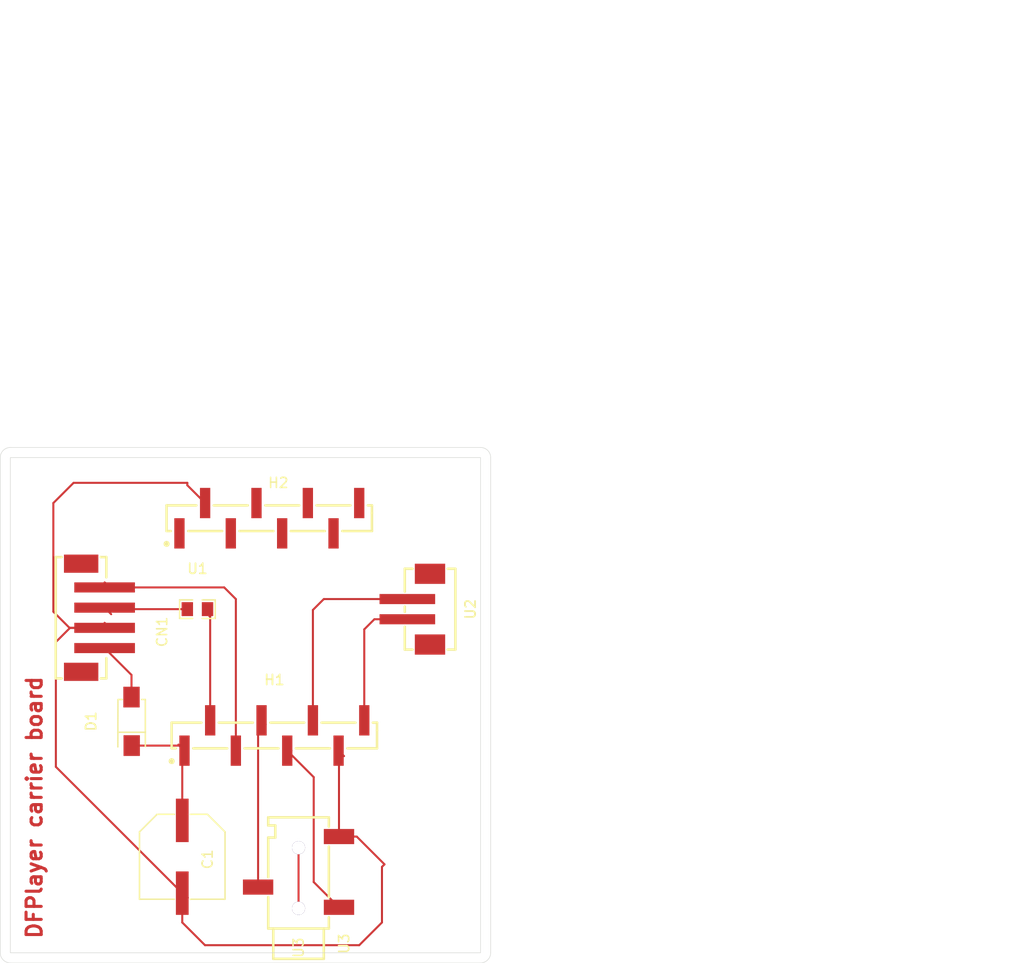
<source format=kicad_pcb>
(kicad_pcb (version 20241229) (generator "pcbnew") (generator_version "9.0")
  (layers (0 "F.Cu" signal) (2 "B.Cu" signal) (13 "F.Paste" user) (15 "B.Paste" user) (5 "F.SilkS" user "F.Silkscreen") (7 "B.SilkS" user "B.Silkscreen") (1 "F.Mask" user) (3 "B.Mask" user) (25 "Edge.Cuts" user))
  (net 0 "")
  (net 1 "_4")
  (net 2 "ADKEY_2")
  (net 3 "_6")
  (net 4 "ADKEY_1")
  (net 5 "_3")
  (net 6 "_5")
  (net 7 "IO_2")
  (net 8 "IO_1")
  (net 9 "BUSY")
  (net 10 "SPK_1")
  (net 11 "power_5v-VCC")
  (net 12 "df_header_left-VCC")
  (net 13 "TX")
  (net 14 "USB_M")
  (net 15 "USB_P")
  (net 16 "net")
  (net 17 "df_header_left-RX")
  (net 18 "footprint-RX")
  (net 19 "DAC_R")
  (net 20 "DAC_L")
  (net 21 "SPK_2")
  (net 22 "GND")
  (footprint "hanxia_HX_PM2_54_1x8P_TP_H8_5_ZQ:HDR-SMD_8P-P2.54-V-F-LS4.7" (layer "F.Cu") (at 152.61 81)
    (property "Reference" "H2" (at 0.89 -3.5 0) (layer "F.SilkS"))
    (property "Value" "")
    (fp_line (start -10.16 -1.27) (end -7.22 -1.27) (stroke (width 0.25)) (layer "F.SilkS"))
    (fp_line (start -10.16 1.27) (end -10.16 -1.27) (stroke (width 0.25)) (layer "F.SilkS"))
    (fp_line (start -9.75 1.27) (end -10.16 1.27) (stroke (width 0.25)) (layer "F.SilkS"))
    (fp_line (start -5.49 -1.27) (end -2.13 -1.27) (stroke (width 0.25)) (layer "F.SilkS"))
    (fp_line (start -4.67 1.27) (end -8.02 1.27) (stroke (width 0.25)) (layer "F.SilkS"))
    (fp_line (start -0.4 -1.27) (end 2.95 -1.27) (stroke (width 0.25)) (layer "F.SilkS"))
    (fp_line (start 0.4 1.27) (end -2.95 1.27) (stroke (width 0.25)) (layer "F.SilkS"))
    (fp_line (start 4.67 -1.27) (end 8.02 -1.27) (stroke (width 0.25)) (layer "F.SilkS"))
    (fp_line (start 5.49 1.27) (end 2.13 1.27) (stroke (width 0.25)) (layer "F.SilkS"))
    (fp_line (start 7.22 1.27) (end 10.15 1.27) (stroke (width 0.25)) (layer "F.SilkS"))
    (fp_line (start 10.15 -1.27) (end 9.75 -1.27) (stroke (width 0.25)) (layer "F.SilkS"))
    (fp_line (start 10.15 -1.27) (end 10.15 -0.51) (stroke (width 0.25)) (layer "F.SilkS"))
    (fp_line (start 10.15 -0.51) (end 10.15 1.27) (stroke (width 0.25)) (layer "F.SilkS"))
    (fp_circle (center -10.16 2.54) (end -10.01 2.54) (stroke (width 0.3)) (fill no) (layer "F.SilkS"))
    (pad "1" smd rect (at -8.89 1.5 180) (size 1.02 3) (layers "F.Cu" "F.Mask" "F.Paste") (net 8 "IO_1"))
    (pad "2" smd rect (at -6.35 -1.5 180) (size 1.02 3) (layers "F.Cu" "F.Mask" "F.Paste") (net 22 "GND"))
    (pad "3" smd rect (at -3.81 1.5 180) (size 1.02 3) (layers "F.Cu" "F.Mask" "F.Paste") (net 7 "IO_2"))
    (pad "4" smd rect (at -1.27 -1.5 180) (size 1.02 3) (layers "F.Cu" "F.Mask" "F.Paste") (net 4 "ADKEY_1"))
    (pad "5" smd rect (at 1.27 1.5 180) (size 1.02 3) (layers "F.Cu" "F.Mask" "F.Paste") (net 2 "ADKEY_2"))
    (pad "6" smd rect (at 3.81 -1.5 180) (size 1.02 3) (layers "F.Cu" "F.Mask" "F.Paste") (net 15 "USB_P"))
    (pad "7" smd rect (at 6.35 1.5 180) (size 1.02 3) (layers "F.Cu" "F.Mask" "F.Paste") (net 14 "USB_M"))
    (pad "8" smd rect (at 8.89 -1.5 180) (size 1.02 3) (layers "F.Cu" "F.Mask" "F.Paste") (net 9 "BUSY"))
  )
  (footprint "JST_Sales_America_B4B_PH_SM4_TB_LF__SN:CONN-SMD_B4B-PH-SM4-TB-LF-SN" (layer "F.Cu") (at 135.16 90.85 -90)
    (property "Reference" "CN1" (at 1.4 -6.84 90) (layer "F.SilkS"))
    (property "Value" "")
    (fp_line (start -6 3.67) (end -6 3.09) (stroke (width 0.25)) (layer "F.SilkS"))
    (fp_line (start 6 3.67) (end -6 3.67) (stroke (width 0.25)) (layer "F.SilkS"))
    (fp_line (start 6 3.09) (end 6 3.67) (stroke (width 0.25)) (layer "F.SilkS"))
    (fp_line (start -6 -1.33) (end -6 -0.77) (stroke (width 0.25)) (layer "F.SilkS"))
    (fp_line (start -6 -1.33) (end -4 -1.33) (stroke (width 0.25)) (layer "F.SilkS"))
    (fp_line (start 4 -1.33) (end 6 -1.33) (stroke (width 0.25)) (layer "F.SilkS"))
    (fp_line (start 6 -1.33) (end 6 -0.77) (stroke (width 0.25)) (layer "F.SilkS"))
    (pad "1" smd rect (at 3 -1.16 90) (size 1 6) (layers "F.Cu" "F.Mask" "F.Paste") (net 11 "power_5v-VCC"))
    (pad "2" smd rect (at 1 -1.16 90) (size 1 6) (layers "F.Cu" "F.Mask" "F.Paste") (net 22 "GND"))
    (pad "3" smd rect (at -1 -1.16 90) (size 1 6) (layers "F.Cu" "F.Mask" "F.Paste") (net 18 "footprint-RX"))
    (pad "4" smd rect (at -3 -1.16 90) (size 1 6) (layers "F.Cu" "F.Mask" "F.Paste") (net 13 "TX"))
    (pad "5" smd rect (at -5.35 1.16 270) (size 1.8 3.4) (layers "F.Cu" "F.Mask" "F.Paste") (net 6 "_5"))
    (pad "6" smd rect (at 5.35 1.16 270) (size 1.8 3.4) (layers "F.Cu" "F.Mask" "F.Paste") (net 3 "_6"))
  )
  (footprint "hongjiacheng_M1:SMA_L4.3-W2.6-LS5.0-RD" (layer "F.Cu") (at 138.99 101.1 90)
    (property "Reference" "D1" (at 0 -4.01 90) (layer "F.SilkS"))
    (property "Value" "")
    (fp_line (start -1.08 -1.36) (end -1.08 1.36) (stroke (width 0.15)) (layer "F.SilkS"))
    (fp_line (start -2.53 -1.36) (end 2.16 -1.35) (stroke (width 0.15)) (layer "F.SilkS"))
    (fp_line (start 2.16 -1.27) (end 2.16 -0.92) (stroke (width 0.15)) (layer "F.SilkS"))
    (fp_line (start 2.16 1.36) (end 2.16 1.01) (stroke (width 0.15)) (layer "F.SilkS"))
    (fp_line (start -2.5 1.36) (end 2.16 1.36) (stroke (width 0.15)) (layer "F.SilkS"))
    (fp_text user "${REFERENCE}" (at 0 -4.01 90) (layer "F.SilkS"))
    (pad "1" smd rect (at -2.4 0.01 90) (size 2.05 1.62) (layers "F.Cu" "F.Mask" "F.Paste") (net 12 "df_header_left-VCC"))
    (pad "2" smd rect (at 2.4 -0.01 270) (size 2.05 1.62) (layers "F.Cu" "F.Mask" "F.Paste") (net 11 "power_5v-VCC"))
  )
  (footprint "UNI_ROYAL_0805W8F1001T5E:R0805" (layer "F.Cu") (at 145.5 90)
    (property "Reference" "U1" (at 0 -4 0) (layer "F.SilkS"))
    (property "Value" "1kΩ ±1% 125mW")
    (fp_line (start -1.76 -0.92) (end -0.48 -0.92) (stroke (width 0.15)) (layer "F.SilkS"))
    (fp_line (start -1.76 0.92) (end -1.76 -0.92) (stroke (width 0.15)) (layer "F.SilkS"))
    (fp_line (start -0.48 0.92) (end -1.76 0.92) (stroke (width 0.15)) (layer "F.SilkS"))
    (fp_line (start 0.48 0.92) (end 1.76 0.92) (stroke (width 0.15)) (layer "F.SilkS"))
    (fp_line (start 1.76 -0.92) (end 0.48 -0.92) (stroke (width 0.15)) (layer "F.SilkS"))
    (fp_line (start 1.76 0.92) (end 1.76 -0.92) (stroke (width 0.15)) (layer "F.SilkS"))
    (fp_text user "${REFERENCE}" (at 0 -4 0) (layer "F.SilkS"))
    (pad "1" smd rect (at -1 0) (size 1.13 1.38) (layers "F.Cu" "F.Mask" "F.Paste") (net 18 "footprint-RX"))
    (pad "2" smd rect (at 1 0) (size 1.13 1.38) (layers "F.Cu" "F.Mask" "F.Paste") (net 17 "df_header_left-RX"))
  )
  (footprint "hanxia_HX_PM2_54_1x8P_TP_H8_5_ZQ:HDR-SMD_8P-P2.54-V-F-LS4.7" (layer "F.Cu") (at 153.11 102.5)
    (property "Reference" "H1" (at 0 -5.5 0) (layer "F.SilkS"))
    (property "Value" "")
    (fp_line (start -10.16 -1.27) (end -7.22 -1.27) (stroke (width 0.25)) (layer "F.SilkS"))
    (fp_line (start -10.16 1.27) (end -10.16 -1.27) (stroke (width 0.25)) (layer "F.SilkS"))
    (fp_line (start -9.75 1.27) (end -10.16 1.27) (stroke (width 0.25)) (layer "F.SilkS"))
    (fp_line (start -5.49 -1.27) (end -2.13 -1.27) (stroke (width 0.25)) (layer "F.SilkS"))
    (fp_line (start -4.67 1.27) (end -8.02 1.27) (stroke (width 0.25)) (layer "F.SilkS"))
    (fp_line (start -0.4 -1.27) (end 2.95 -1.27) (stroke (width 0.25)) (layer "F.SilkS"))
    (fp_line (start 0.4 1.27) (end -2.95 1.27) (stroke (width 0.25)) (layer "F.SilkS"))
    (fp_line (start 4.67 -1.27) (end 8.02 -1.27) (stroke (width 0.25)) (layer "F.SilkS"))
    (fp_line (start 5.49 1.27) (end 2.13 1.27) (stroke (width 0.25)) (layer "F.SilkS"))
    (fp_line (start 7.22 1.27) (end 10.15 1.27) (stroke (width 0.25)) (layer "F.SilkS"))
    (fp_line (start 10.15 -1.27) (end 9.75 -1.27) (stroke (width 0.25)) (layer "F.SilkS"))
    (fp_line (start 10.15 -1.27) (end 10.15 -0.51) (stroke (width 0.25)) (layer "F.SilkS"))
    (fp_line (start 10.15 -0.51) (end 10.15 1.27) (stroke (width 0.25)) (layer "F.SilkS"))
    (fp_circle (center -10.16 2.54) (end -10.01 2.54) (stroke (width 0.3)) (fill no) (layer "F.SilkS"))
    (fp_text user "${REFERENCE}" (at 0 -5.5 0) (layer "F.SilkS"))
    (pad "1" smd rect (at -8.89 1.5 180) (size 1.02 3) (layers "F.Cu" "F.Mask" "F.Paste") (net 12 "df_header_left-VCC"))
    (pad "2" smd rect (at -6.35 -1.5 180) (size 1.02 3) (layers "F.Cu" "F.Mask" "F.Paste") (net 17 "df_header_left-RX"))
    (pad "3" smd rect (at -3.81 1.5 180) (size 1.02 3) (layers "F.Cu" "F.Mask" "F.Paste") (net 13 "TX"))
    (pad "4" smd rect (at -1.27 -1.5 180) (size 1.02 3) (layers "F.Cu" "F.Mask" "F.Paste") (net 19 "DAC_R"))
    (pad "5" smd rect (at 1.27 1.5 180) (size 1.02 3) (layers "F.Cu" "F.Mask" "F.Paste") (net 20 "DAC_L"))
    (pad "6" smd rect (at 3.81 -1.5 180) (size 1.02 3) (layers "F.Cu" "F.Mask" "F.Paste") (net 10 "SPK_1"))
    (pad "7" smd rect (at 6.35 1.5 180) (size 1.02 3) (layers "F.Cu" "F.Mask" "F.Paste") (net 22 "GND"))
    (pad "8" smd rect (at 8.89 -1.5 180) (size 1.02 3) (layers "F.Cu" "F.Mask" "F.Paste") (net 21 "SPK_2"))
  )
  (footprint "JST_Sales_America_B2B_PH_SM4_TBT_LF__SN:CONN-SMD_B2B-PH-SM4-TBT-LF-SN" (layer "F.Cu") (at 167.38 90 -90)
    (property "Reference" "U2" (at 0 -5.12 90) (layer "F.SilkS"))
    (property "Value" "")
    (fp_line (start -4 1.37) (end -1.73 1.37) (stroke (width 0.25)) (layer "F.SilkS"))
    (fp_line (start -0.27 1.37) (end 0.27 1.37) (stroke (width 0.25)) (layer "F.SilkS"))
    (fp_line (start 1.73 1.37) (end 4 1.37) (stroke (width 0.25)) (layer "F.SilkS"))
    (fp_line (start 4 1.37) (end 4 0.6) (stroke (width 0.25)) (layer "F.SilkS"))
    (fp_line (start -4 0.6) (end -4 1.37) (stroke (width 0.25)) (layer "F.SilkS"))
    (fp_line (start 4 -2.86) (end 4 -3.63) (stroke (width 0.25)) (layer "F.SilkS"))
    (fp_line (start -4 -3.63) (end -4 -2.86) (stroke (width 0.25)) (layer "F.SilkS"))
    (fp_line (start -4 -3.63) (end 4 -3.63) (stroke (width 0.25)) (layer "F.SilkS"))
    (fp_text user "${REFERENCE}" (at 0 -5.12 90) (layer "F.SilkS"))
    (pad "1" smd rect (at -1 1.12 270) (size 1 5.5) (layers "F.Cu" "F.Mask" "F.Paste") (net 10 "SPK_1"))
    (pad "2" smd rect (at 1 1.12 270) (size 1 5.5) (layers "F.Cu" "F.Mask" "F.Paste") (net 21 "SPK_2"))
    (pad "3" smd rect (at 3.5 -1.12 270) (size 2 3) (layers "F.Cu" "F.Mask" "F.Paste") (net 5 "_3"))
    (pad "4" smd rect (at -3.5 -1.12 270) (size 2 3) (layers "F.Cu" "F.Mask" "F.Paste") (net 1 "_4"))
  )
  (footprint "PANASONIC_EEEFK1A471AP:CAP-SMD_BD8.0-L8.3-W8.3-LS9.9-FD" (layer "F.Cu") (at 144 114.5 -90)
    (property "Reference" "C1" (hide yes))
    (property "Value" "")
    (fp_line (start -2.46 4.23) (end -4.2 2.49) (stroke (width 0.15)) (layer "F.SilkS"))
    (fp_line (start 4.2 4.23) (end -2.46 4.23) (stroke (width 0.15)) (layer "F.SilkS"))
    (fp_line (start -4.2 2.49) (end -4.2 0.78) (stroke (width 0.15)) (layer "F.SilkS"))
    (fp_line (start 4.2 0.78) (end 4.2 4.23) (stroke (width 0.15)) (layer "F.SilkS"))
    (fp_line (start 4.2 -0.78) (end 4.2 -4.23) (stroke (width 0.15)) (layer "F.SilkS"))
    (fp_line (start -4.2 -2.49) (end -4.2 -0.78) (stroke (width 0.15)) (layer "F.SilkS"))
    (fp_line (start -2.46 -4.23) (end -4.2 -2.49) (stroke (width 0.15)) (layer "F.SilkS"))
    (fp_line (start 4.2 -4.23) (end -2.46 -4.23) (stroke (width 0.15)) (layer "F.SilkS"))
    (fp_text user "${REFERENCE}" (at 0.25 -2.5 90) (layer "F.SilkS"))
    (pad "1" smd rect (at -3.6 0 270) (size 4.3 1.26) (layers "F.Cu" "F.Mask" "F.Paste") (net 12 "df_header_left-VCC"))
    (pad "2" smd rect (at 3.6 0 270) (size 4.3 1.26) (layers "F.Cu" "F.Mask" "F.Paste") (net 22 "GND"))
  )
  (footprint "SOFNG_PJ_320B:AUDIO-SMD_PJ-320B" (layer "F.Cu") (at 155.5 116 180)
    (property "Reference" "U3" (at 0 -7.5 90) (layer "F.SilkS"))
    (property "Value" "")
    (fp_line (start 3 5.4) (end -3 5.4) (stroke (width 0.25)) (layer "F.SilkS"))
    (fp_line (start 3 4.6) (end 3 5.4) (stroke (width 0.25)) (layer "F.SilkS"))
    (fp_line (start 3 3.4) (end 2.3 3.4) (stroke (width 0.25)) (layer "F.SilkS"))
    (fp_line (start 3 -0.52) (end 3 3.4) (stroke (width 0.25)) (layer "F.SilkS"))
    (fp_line (start 3 -5.6) (end 3 -2.48) (stroke (width 0.25)) (layer "F.SilkS"))
    (fp_line (start 2.5 -5.6) (end 2.5 -8.6) (stroke (width 0.25)) (layer "F.SilkS"))
    (fp_line (start 2.3 4.6) (end 3 4.6) (stroke (width 0.25)) (layer "F.SilkS"))
    (fp_line (start 2.3 3.4) (end 2.3 4.6) (stroke (width 0.25)) (layer "F.SilkS"))
    (fp_line (start -2.5 -5.6) (end -2.5 -8.6) (stroke (width 0.25)) (layer "F.SilkS"))
    (fp_line (start -2.5 -8.6) (end 2.5 -8.6) (stroke (width 0.25)) (layer "F.SilkS"))
    (fp_line (start -3 4.48) (end -3 5.4) (stroke (width 0.25)) (layer "F.SilkS"))
    (fp_line (start -3 -2.52) (end -3 2.52) (stroke (width 0.25)) (layer "F.SilkS"))
    (fp_line (start -3 -5.6) (end 3 -5.6) (stroke (width 0.25)) (layer "F.SilkS"))
    (fp_line (start -3 -5.6) (end -3 -4.48) (stroke (width 0.25)) (layer "F.SilkS"))
    (fp_text user "${REFERENCE}" (at -4.5 -7.1 90) (layer "F.SilkS"))
    (pad "" thru_hole circle (at 0 -3.6 180) (size 1.3 1.3) (drill 1.3) (layers "*.Cu" "*.Mask") (net 16 "net"))
    (pad "" thru_hole circle (at 0 2.4 180) (size 1.3 1.3) (drill 1.3) (layers "*.Cu" "*.Mask") (net 16 "net"))
    (pad "1" smd rect (at -4 -3.5 180) (size 3 1.5) (layers "F.Cu" "F.Mask" "F.Paste") (net 20 "DAC_L"))
    (pad "2" smd rect (at 4 -1.5 180) (size 3 1.5) (layers "F.Cu" "F.Mask" "F.Paste") (net 19 "DAC_R"))
    (pad "3" smd rect (at -4 3.5 180) (size 3 1.5) (layers "F.Cu" "F.Mask" "F.Paste") (net 22 "GND"))
  )
  (gr_line (start 126 124) (end 126 75) (stroke (width 0.05)) (layer "Edge.Cuts"))
  (gr_rect (start 127 75) (end 173.5 124) (stroke (width 0.05)) (fill no) (layer "Edge.Cuts"))
  (gr_line (start 173.5 125) (end 127 125) (stroke (width 0.05)) (layer "Edge.Cuts"))
  (gr_arc (start 127 125) (mid 126.292893 124.707107) (end 126 124) (stroke (width 0.05)) (layer "Edge.Cuts"))
  (gr_arc (start 126 75) (mid 126.292893 74.292893) (end 127 74) (stroke (width 0.05)) (layer "Edge.Cuts"))
  (gr_arc (start 174.5 124) (mid 174.207107 124.707107) (end 173.5 125) (stroke (width 0.05)) (layer "Edge.Cuts"))
  (gr_line (start 174.5 75) (end 174.5 124) (stroke (width 0.05)) (layer "Edge.Cuts"))
  (gr_line (start 127 74) (end 173.5 74) (stroke (width 0.05)) (layer "Edge.Cuts"))
  (gr_arc (start 173.5 74) (mid 174.207107 74.292893) (end 174.5 75) (stroke (width 0.05)) (layer "Edge.Cuts"))
  (gr_text "DFPlayer carrier board" (at 130.25 122.75 90) (layer "F.Cu") (effects (font (size 1.5 1.5) (thickness 0.3) (bold yes)) (justify left bottom)))
  (segment (start 156.92 90.08) (end 158 89) (width 0.2) (layer "F.Cu") (net 10))
  (segment (start 156.92 101) (end 156.92 90.08) (width 0.2) (layer "F.Cu") (net 10))
  (segment (start 158 89) (end 166.26 89) (width 0.2) (layer "F.Cu") (net 10))
  (segment (start 138.98 96.51) (end 136.32 93.85) (width 0.2) (layer "F.Cu") (net 11))
  (segment (start 138.98 98.7) (end 138.98 96.51) (width 0.2) (layer "F.Cu") (net 11))
  (segment (start 143.72 103.5) (end 144.22 104) (width 0.2) (layer "F.Cu") (net 12))
  (segment (start 144 104.22) (end 144.22 104) (width 0.2) (layer "F.Cu") (net 12))
  (segment (start 144 110.9) (end 144 104.22) (width 0.2) (layer "F.Cu") (net 12))
  (segment (start 139 103.5) (end 143.72 103.5) (width 0.2) (layer "F.Cu") (net 12))
  (segment (start 144.6 104.38) (end 144.22 104) (width 0.2) (layer "F.Cu") (net 12))
  (segment (start 143.62 103.4) (end 144.22 104) (width 0.2) (layer "F.Cu") (net 12))
  (segment (start 136.97 88) (end 136.32 87.35) (width 0.2) (layer "F.Cu") (net 13))
  (segment (start 149.3 104) (end 149.3 89) (width 0.2) (layer "F.Cu") (net 13))
  (segment (start 148.15 87.85) (end 136.32 87.85) (width 0.2) (layer "F.Cu") (net 13))
  (segment (start 149.3 89) (end 148.15 87.85) (width 0.2) (layer "F.Cu") (net 13))
  (segment (start 155.5 113.6) (end 155.5 119.6) (width 0.2) (layer "F.Cu") (net 16))
  (segment (start 146.76 90.26) (end 146.5 90) (width 0.2) (layer "F.Cu") (net 17))
  (segment (start 146.86 100.9) (end 146.76 101) (width 0.2) (layer "F.Cu") (net 17))
  (segment (start 146.76 101) (end 146.76 90.26) (width 0.2) (layer "F.Cu") (net 17))
  (segment (start 146.5 90) (end 146.5 90.5) (width 0.2) (layer "F.Cu") (net 17))
  (segment (start 146.5 90.5) (end 146.76 90.76) (width 0.2) (layer "F.Cu") (net 17))
  (segment (start 144.5 90) (end 136.47 90) (width 0.2) (layer "F.Cu") (net 18))
  (segment (start 136.97 90.5) (end 136.32 89.85) (width 0.2) (layer "F.Cu") (net 18))
  (segment (start 136.47 90) (end 136.32 89.85) (width 0.2) (layer "F.Cu") (net 18))
  (segment (start 152 101.16) (end 151.84 101) (width 0.2) (layer "F.Cu") (net 19))
  (segment (start 151.5 101.34) (end 151.84 101) (width 0.2) (layer "F.Cu") (net 19))
  (segment (start 152.25 101.41) (end 151.84 101) (width 0.2) (layer "F.Cu") (net 19))
  (segment (start 151.5 117.5) (end 151.5 101.34) (width 0.2) (layer "F.Cu") (net 19))
  (segment (start 159.5 119.5) (end 157 117) (width 0.2) (layer "F.Cu") (net 20))
  (segment (start 157 106.62) (end 154.38 104) (width 0.2) (layer "F.Cu") (net 20))
  (segment (start 157 117) (end 157 106.62) (width 0.2) (layer "F.Cu") (net 20))
  (segment (start 154.38 104) (end 154.802 104) (width 0.2) (layer "F.Cu") (net 20))
  (segment (start 162 101) (end 162 92) (width 0.2) (layer "F.Cu") (net 21))
  (segment (start 162 92) (end 163 91) (width 0.2) (layer "F.Cu") (net 21))
  (segment (start 163 91) (end 166.26 91) (width 0.2) (layer "F.Cu") (net 21))
  (segment (start 163.75 121) (end 163.75 115.5) (width 0.2) (layer "F.Cu") (net 22))
  (segment (start 144 118.1) (end 144 121) (width 0.2) (layer "F.Cu") (net 22))
  (segment (start 146.26 79.5) (end 146.25 79.5) (width 0.2) (layer "F.Cu") (net 22))
  (segment (start 160 104.54) (end 159.74355 104.28355) (width 0.2) (layer "F.Cu") (net 22))
  (segment (start 132.85 91.85) (end 136.32 91.85) (width 0.2) (layer "F.Cu") (net 22))
  (segment (start 159.5 104.04) (end 159.46 104) (width 0.2) (layer "F.Cu") (net 22))
  (segment (start 144.5 77.74) (end 144.5 77.5) (width 0.2) (layer "F.Cu") (net 22))
  (segment (start 164 115.25) (end 161.25 112.5) (width 0.2) (layer "F.Cu") (net 22))
  (segment (start 144 118) (end 144.551 118.551) (width 0.2) (layer "F.Cu") (net 22))
  (segment (start 144 118.1) (end 131.5 105.6) (width 0.2) (layer "F.Cu") (net 22))
  (segment (start 146.26 79.5) (end 144.5 77.74) (width 0.2) (layer "F.Cu") (net 22))
  (segment (start 133.25 77.5) (end 131.25 79.5) (width 0.2) (layer "F.Cu") (net 22))
  (segment (start 161.25 112.5) (end 159.901 112.5) (width 0.2) (layer "F.Cu") (net 22))
  (segment (start 132.9 91.85) (end 136.32 91.85) (width 0.2) (layer "F.Cu") (net 22))
  (segment (start 146.25 123.25) (end 161.5 123.25) (width 0.2) (layer "F.Cu") (net 22))
  (segment (start 131.5 105.6) (end 131.5 93.25) (width 0.2) (layer "F.Cu") (net 22))
  (segment (start 144 121) (end 146.25 123.25) (width 0.2) (layer "F.Cu") (net 22))
  (segment (start 144.5 77.5) (end 133.25 77.5) (width 0.2) (layer "F.Cu") (net 22))
  (segment (start 131.25 79.5) (end 131.25 90.25) (width 0.2) (layer "F.Cu") (net 22))
  (segment (start 144 118.1) (end 144 118) (width 0.2) (layer "F.Cu") (net 22))
  (segment (start 136.49 91.52) (end 136.32 91.35) (width 0.2) (layer "F.Cu") (net 22))
  (segment (start 159.5 112.5) (end 159.5 104.04) (width 0.2) (layer "F.Cu") (net 22))
  (segment (start 131.5 93.25) (end 132.9 91.85) (width 0.2) (layer "F.Cu") (net 22))
  (segment (start 131.25 90.25) (end 132.85 91.85) (width 0.2) (layer "F.Cu") (net 22))
  (segment (start 161.5 123.25) (end 163.75 121) (width 0.2) (layer "F.Cu") (net 22))
  (segment (start 163.75 115.5) (end 164 115.25) (width 0.2) (layer "F.Cu") (net 22))
)
</source>
